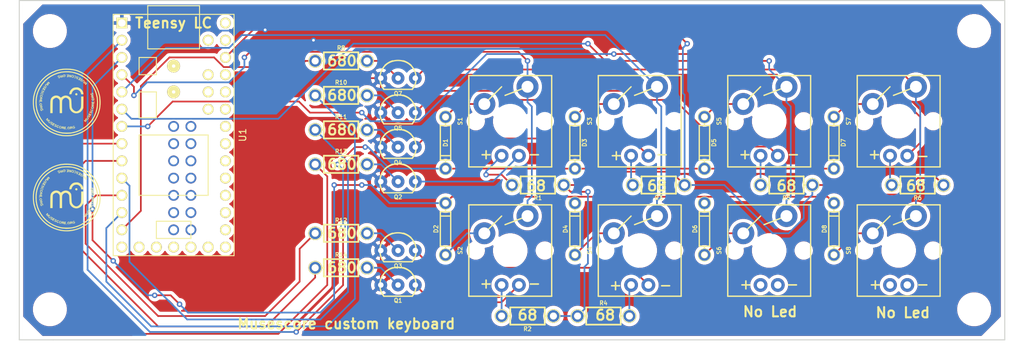
<source format=kicad_pcb>
(kicad_pcb (version 20171130) (host pcbnew "(5.0.2)-1")
  (layers (0 F.Cu signal) (31 B.Cu signal) (34 B.Paste user) (35 F.Paste user) (36 B.SilkS user) (37 F.SilkS user) (38 B.Mask user) (39 F.Mask user) (44 Edge.Cuts user))
  (net 0 "")
  (net 1 "Net-(U1-Pad17)")
  (net 2 "Net-(U1-Pad18)")
  (net 3 "Net-(U1-Pad19)")
  (net 4 "Net-(U1-Pad20)")
  (net 5 "Net-(U1-Pad16)")
  (net 6 "Net-(U1-Pad15)")
  (net 7 "Net-(U1-Pad21)")
  (net 8 "Net-(U1-Pad22)")
  (net 9 "Net-(U1-Pad23)")
  (net 10 "Net-(U1-Pad24)")
  (net 11 "Net-(U1-Pad25)")
  (net 12 "Net-(U1-Pad26)")
  (net 13 "Net-(U1-Pad27)")
  (net 14 "Net-(U1-Pad28)")
  (net 15 "Net-(U1-Pad29)")
  (net 16 "Net-(U1-Pad30)")
  (net 17 "Net-(U1-Pad32)")
  (net 18 "Net-(U1-Pad33)")
  (net 19 "Net-(U1-Pad34)")
  (net 20 "Net-(U1-Pad35)")
  (net 21 "Net-(U1-Pad36)")
  (net 22 "Net-(U1-Pad37)")
  (net 23 "Net-(U1-Pad38)")
  (net 24 "Net-(U1-Pad39)")
  (net 25 /0)
  (net 26 "Net-(D1-PadA)")
  (net 27 "Net-(D2-PadA)")
  (net 28 /1)
  (net 29 "Net-(D3-PadA)")
  (net 30 "Net-(D4-PadA)")
  (net 31 "Net-(D5-PadA)")
  (net 32 "Net-(D6-PadA)")
  (net 33 "Net-(D7-PadA)")
  (net 34 "Net-(D8-PadA)")
  (net 35 GND)
  (net 36 "Net-(Q1-Pad2)")
  (net 37 "Net-(Q1-Pad3)")
  (net 38 "Net-(Q2-Pad3)")
  (net 39 "Net-(Q2-Pad2)")
  (net 40 "Net-(Q3-Pad2)")
  (net 41 "Net-(Q3-Pad3)")
  (net 42 "Net-(Q4-Pad3)")
  (net 43 "Net-(Q4-Pad2)")
  (net 44 "Net-(Q5-Pad2)")
  (net 45 "Net-(Q5-Pad3)")
  (net 46 "Net-(Q7-Pad2)")
  (net 47 "Net-(Q7-Pad3)")
  (net 48 "Net-(R1-PadP$2)")
  (net 49 +3V3)
  (net 50 "Net-(R2-PadP$2)")
  (net 51 "Net-(R3-PadP$2)")
  (net 52 "Net-(R4-PadP$2)")
  (net 53 "Net-(R5-PadP$2)")
  (net 54 "Net-(R6-PadP$2)")
  (net 55 /11)
  (net 56 /10)
  (net 57 /8)
  (net 58 /9)
  (net 59 /6)
  (net 60 /7)
  (net 61 /2)
  (net 62 /3)
  (net 63 /4)
  (net 64 "Net-(S6-PadA)")
  (net 65 "Net-(S6-PadK)")
  (net 66 /5)
  (net 67 "Net-(S8-PadK)")
  (net 68 "Net-(S8-PadA)")
  (net 69 "Net-(U1-Pad14)")
  (module Resistors:AXIAL-0.3-KIT (layer F.Cu) (at 117.348 119.38)
    (fp_text reference R14 (at 0 -1.905) (layer F.SilkS) (effects (font (size 0.6096 0.6096) (thickness 0.127))))
    (fp_text value RESISTORAXIAL-0.3 hide)
    (pad P$1 thru_hole circle (at -3.81 0) (size 2.032 2.032) (drill 1.016) (layers *.Cu *.Mask) (net 60 /7))
    (pad P$2 thru_hole circle (at 3.81 0) (size 2.032 2.032) (drill 1.016) (layers *.Cu *.Mask) (net 36 "Net-(Q1-Pad2)"))
  )
  (module Teensy:Teensy30_31_32_LC (layer F.Cu) (at 92.71 99.822 270)
    (fp_text reference U1 (at 0 -10.16 270) (layer F.SilkS))
    (fp_text value Teensy-LC)
    (pad 17 thru_hole circle (at 16.51 0 270) (size 1.6 1.6) (drill 1.1) (layers *.Cu *.Mask F.SilkS) (net 1 "Net-(U1-Pad17)"))
    (pad 18 thru_hole circle (at 16.51 -2.54 270) (size 1.6 1.6) (drill 1.1) (layers *.Cu *.Mask F.SilkS) (net 2 "Net-(U1-Pad18)"))
    (pad 19 thru_hole circle (at 16.51 -5.08 270) (size 1.6 1.6) (drill 1.1) (layers *.Cu *.Mask F.SilkS) (net 3 "Net-(U1-Pad19)"))
    (pad 20 thru_hole circle (at 16.51 -7.62 270) (size 1.6 1.6) (drill 1.1) (layers *.Cu *.Mask F.SilkS) (net 4 "Net-(U1-Pad20)"))
    (pad 16 thru_hole circle (at 16.51 2.54 270) (size 1.6 1.6) (drill 1.1) (layers *.Cu *.Mask F.SilkS) (net 5 "Net-(U1-Pad16)"))
    (pad 15 thru_hole circle (at 16.51 5.08 270) (size 1.6 1.6) (drill 1.1) (layers *.Cu *.Mask F.SilkS) (net 6 "Net-(U1-Pad15)"))
    (pad 14 thru_hole circle (at 16.51 7.62 270) (size 1.6 1.6) (drill 1.1) (layers *.Cu *.Mask F.SilkS) (net 69 "Net-(U1-Pad14)"))
    (pad 21 thru_hole circle (at 13.97 -7.62 270) (size 1.6 1.6) (drill 1.1) (layers *.Cu *.Mask F.SilkS) (net 7 "Net-(U1-Pad21)"))
    (pad 22 thru_hole circle (at 11.43 -7.62 270) (size 1.6 1.6) (drill 1.1) (layers *.Cu *.Mask F.SilkS) (net 8 "Net-(U1-Pad22)"))
    (pad 23 thru_hole circle (at 8.89 -7.62 270) (size 1.6 1.6) (drill 1.1) (layers *.Cu *.Mask F.SilkS) (net 9 "Net-(U1-Pad23)"))
    (pad 24 thru_hole circle (at 6.35 -7.62 270) (size 1.6 1.6) (drill 1.1) (layers *.Cu *.Mask F.SilkS) (net 10 "Net-(U1-Pad24)"))
    (pad 25 thru_hole circle (at 3.81 -7.62 270) (size 1.6 1.6) (drill 1.1) (layers *.Cu *.Mask F.SilkS) (net 11 "Net-(U1-Pad25)"))
    (pad 26 thru_hole circle (at 1.27 -7.62 270) (size 1.6 1.6) (drill 1.1) (layers *.Cu *.Mask F.SilkS) (net 12 "Net-(U1-Pad26)"))
    (pad 27 thru_hole circle (at -1.27 -7.62 270) (size 1.6 1.6) (drill 1.1) (layers *.Cu *.Mask F.SilkS) (net 13 "Net-(U1-Pad27)"))
    (pad 28 thru_hole circle (at -3.81 -7.62 270) (size 1.6 1.6) (drill 1.1) (layers *.Cu *.Mask F.SilkS) (net 14 "Net-(U1-Pad28)"))
    (pad 29 thru_hole circle (at -6.35 -7.62 270) (size 1.6 1.6) (drill 1.1) (layers *.Cu *.Mask F.SilkS) (net 15 "Net-(U1-Pad29)"))
    (pad 30 thru_hole circle (at -8.89 -7.62 270) (size 1.6 1.6) (drill 1.1) (layers *.Cu *.Mask F.SilkS) (net 16 "Net-(U1-Pad30)"))
    (pad 31 thru_hole circle (at -11.43 -7.62 270) (size 1.6 1.6) (drill 1.1) (layers *.Cu *.Mask F.SilkS) (net 49 +3V3))
    (pad 32 thru_hole circle (at -13.97 -7.62 270) (size 1.6 1.6) (drill 1.1) (layers *.Cu *.Mask F.SilkS) (net 17 "Net-(U1-Pad32)"))
    (pad 33 thru_hole circle (at -16.51 -7.62 270) (size 1.6 1.6) (drill 1.1) (layers *.Cu *.Mask F.SilkS) (net 18 "Net-(U1-Pad33)"))
    (pad 34 thru_hole circle (at -13.97 -5.08 270) (size 1.6 1.6) (drill 1.1) (layers *.Cu *.Mask F.SilkS) (net 19 "Net-(U1-Pad34)"))
    (pad 35 thru_hole circle (at -8.89 -5.08 270) (size 1.6 1.6) (drill 1.1) (layers *.Cu *.Mask F.SilkS) (net 20 "Net-(U1-Pad35)"))
    (pad 36 thru_hole circle (at -6.35 -5.08 270) (size 1.6 1.6) (drill 1.1) (layers *.Cu *.Mask F.SilkS) (net 21 "Net-(U1-Pad36)"))
    (pad 37 thru_hole circle (at -3.81 -5.08 270) (size 1.6 1.6) (drill 1.1) (layers *.Cu *.Mask F.SilkS) (net 22 "Net-(U1-Pad37)"))
    (pad 13 thru_hole circle (at 13.97 7.62 270) (size 1.6 1.6) (drill 1.1) (layers *.Cu *.Mask F.SilkS) (net 55 /11))
    (pad 12 thru_hole circle (at 11.43 7.62 270) (size 1.6 1.6) (drill 1.1) (layers *.Cu *.Mask F.SilkS) (net 56 /10))
    (pad 11 thru_hole circle (at 8.89 7.62 270) (size 1.6 1.6) (drill 1.1) (layers *.Cu *.Mask F.SilkS) (net 58 /9))
    (pad 10 thru_hole circle (at 6.35 7.62 270) (size 1.6 1.6) (drill 1.1) (layers *.Cu *.Mask F.SilkS) (net 57 /8))
    (pad 9 thru_hole circle (at 3.81 7.62 270) (size 1.6 1.6) (drill 1.1) (layers *.Cu *.Mask F.SilkS) (net 60 /7))
    (pad 8 thru_hole circle (at 1.27 7.62 270) (size 1.6 1.6) (drill 1.1) (layers *.Cu *.Mask F.SilkS) (net 59 /6))
    (pad 7 thru_hole circle (at -1.27 7.62 270) (size 1.6 1.6) (drill 1.1) (layers *.Cu *.Mask F.SilkS) (net 66 /5))
    (pad 6 thru_hole circle (at -3.81 7.62 270) (size 1.6 1.6) (drill 1.1) (layers *.Cu *.Mask F.SilkS) (net 63 /4))
    (pad 5 thru_hole circle (at -6.35 7.62 270) (size 1.6 1.6) (drill 1.1) (layers *.Cu *.Mask F.SilkS) (net 62 /3))
    (pad 4 thru_hole circle (at -8.89 7.62 270) (size 1.6 1.6) (drill 1.1) (layers *.Cu *.Mask F.SilkS) (net 61 /2))
    (pad 3 thru_hole circle (at -11.43 7.62 270) (size 1.6 1.6) (drill 1.1) (layers *.Cu *.Mask F.SilkS) (net 28 /1))
    (pad 2 thru_hole circle (at -13.97 7.62 270) (size 1.6 1.6) (drill 1.1) (layers *.Cu *.Mask F.SilkS) (net 25 /0))
    (pad 1 thru_hole rect (at -16.51 7.62 270) (size 1.6 1.6) (drill 1.1) (layers *.Cu *.Mask F.SilkS) (net 35 GND))
    (pad 38 thru_hole circle (at -1.27 0 270) (size 1.6 1.6) (drill 1.1) (layers *.Cu *.Mask) (net 23 "Net-(U1-Pad38)"))
    (pad 39 thru_hole circle (at 1.27 0 270) (size 1.6 1.6) (drill 1.1) (layers *.Cu *.Mask) (net 24 "Net-(U1-Pad39)"))
    (pad 40 thru_hole circle (at 3.81 0 270) (size 1.6 1.6) (drill 1.1) (layers *.Cu *.Mask))
    (pad 41 thru_hole circle (at 6.35 0 270) (size 1.6 1.6) (drill 1.1) (layers *.Cu *.Mask))
    (pad 42 thru_hole circle (at 8.89 0 270) (size 1.6 1.6) (drill 1.1) (layers *.Cu *.Mask))
    (pad 43 thru_hole circle (at 11.43 0 270) (size 1.6 1.6) (drill 1.1) (layers *.Cu *.Mask))
    (pad 44 thru_hole circle (at 13.97 0 270) (size 1.6 1.6) (drill 1.1) (layers *.Cu *.Mask))
    (pad 45 thru_hole circle (at 13.97 -2.54 270) (size 1.6 1.6) (drill 1.1) (layers *.Cu *.Mask))
    (pad 46 thru_hole circle (at 11.43 -2.54 270) (size 1.6 1.6) (drill 1.1) (layers *.Cu *.Mask))
    (pad 47 thru_hole circle (at 8.89 -2.54 270) (size 1.6 1.6) (drill 1.1) (layers *.Cu *.Mask))
    (pad 48 thru_hole circle (at 6.35 -2.54 270) (size 1.6 1.6) (drill 1.1) (layers *.Cu *.Mask))
    (pad 49 thru_hole circle (at 3.81 -2.54 270) (size 1.6 1.6) (drill 1.1) (layers *.Cu *.Mask))
    (pad 50 thru_hole circle (at 1.27 -2.54 270) (size 1.6 1.6) (drill 1.1) (layers *.Cu *.Mask))
    (pad 51 thru_hole circle (at -1.27 -2.54 270) (size 1.6 1.6) (drill 1.1) (layers *.Cu *.Mask))
    (pad 52 thru_hole circle (at -6.35 0 270) (size 1.9 1.9) (drill 0.5) (layers *.Cu *.Mask F.SilkS))
    (pad 52 thru_hole circle (at -10.16 0 270) (size 1.9 1.9) (drill 0.5) (layers *.Cu *.Mask F.SilkS))
  )
  (module Switches:CHERRY-MX-LED (layer F.Cu) (at 142.24 97.79)
    (fp_text reference S1 (at -7.366 0 90) (layer F.SilkS) (effects (font (size 0.6096 0.6096) (thickness 0.127))))
    (fp_text value MOMENTARY-SWITCH-SPST-LED-PTH-CHERRY hide)
    (fp_text user + (at -3.556 4.826) (layer F.SilkS) (effects (font (size 1.524 1.524) (thickness 0.2286))))
    (fp_text user - (at 3.556 4.826) (layer F.SilkS) (effects (font (size 1.524 1.524) (thickness 0.2286))))
    (pad A thru_hole circle (at -1.27 5.08) (size 2.032 2.032) (drill 1.08966) (layers *.Cu *.Mask) (net 48 "Net-(R1-PadP$2)"))
    (pad K thru_hole circle (at 1.27 5.08) (size 2.032 2.032) (drill 1.08966) (layers *.Cu *.Mask) (net 38 "Net-(Q2-Pad3)"))
    (pad S1 thru_hole circle (at -3.81 -2.54) (size 3.2258 3.2258) (drill 1.7526) (layers *.Cu *.Mask) (net 26 "Net-(D1-PadA)"))
    (pad S2 thru_hole circle (at 2.54 -5.08) (size 3.2258 3.2258) (drill 1.7526) (layers *.Cu *.Mask) (net 61 /2))
    (pad "" np_thru_hole circle (at 0 0) (size 4.0894 4.0894) (drill 4.0894) (layers *.Cu *.Mask))
    (pad "" np_thru_hole circle (at -5.08 0) (size 1.70688 1.70688) (drill 1.70688) (layers *.Cu *.Mask))
    (pad "" np_thru_hole circle (at 5.08 0) (size 1.70688 1.70688) (drill 1.70688) (layers *.Cu *.Mask))
  )
  (module Switches:CHERRY-MX-LED (layer F.Cu) (at 142.24 116.84)
    (fp_text reference S2 (at -7.366 0 90) (layer F.SilkS) (effects (font (size 0.6096 0.6096) (thickness 0.127))))
    (fp_text value MOMENTARY-SWITCH-SPST-LED-PTH-CHERRY hide)
    (fp_text user - (at 3.556 4.826) (layer F.SilkS) (effects (font (size 1.524 1.524) (thickness 0.2286))))
    (fp_text user + (at -3.556 4.826) (layer F.SilkS) (effects (font (size 1.524 1.524) (thickness 0.2286))))
    (pad "" np_thru_hole circle (at 5.08 0) (size 1.70688 1.70688) (drill 1.70688) (layers *.Cu *.Mask))
    (pad "" np_thru_hole circle (at -5.08 0) (size 1.70688 1.70688) (drill 1.70688) (layers *.Cu *.Mask))
    (pad "" np_thru_hole circle (at 0 0) (size 4.0894 4.0894) (drill 4.0894) (layers *.Cu *.Mask))
    (pad S2 thru_hole circle (at 2.54 -5.08) (size 3.2258 3.2258) (drill 1.7526) (layers *.Cu *.Mask) (net 61 /2))
    (pad S1 thru_hole circle (at -3.81 -2.54) (size 3.2258 3.2258) (drill 1.7526) (layers *.Cu *.Mask) (net 27 "Net-(D2-PadA)"))
    (pad K thru_hole circle (at 1.27 5.08) (size 2.032 2.032) (drill 1.08966) (layers *.Cu *.Mask) (net 37 "Net-(Q1-Pad3)"))
    (pad A thru_hole circle (at -1.27 5.08) (size 2.032 2.032) (drill 1.08966) (layers *.Cu *.Mask) (net 50 "Net-(R2-PadP$2)"))
  )
  (module Silicon-Custom:DIODE-1N4148-KIT (layer F.Cu) (at 132.715 100.965 270)
    (fp_text reference D1 (at 0 0 270) (layer F.SilkS) (effects (font (size 0.6096 0.6096) (thickness 0.127))))
    (fp_text value DIODE-1N4148 hide)
    (pad C thru_hole circle (at 3.81 0 270) (size 1.8796 1.8796) (drill 0.89916) (layers *.Cu *.Mask) (net 25 /0))
    (pad A thru_hole circle (at -3.81 0 270) (size 1.8796 1.8796) (drill 0.89916) (layers *.Cu *.Mask) (net 26 "Net-(D1-PadA)"))
  )
  (module Silicon-Custom:DIODE-1N4148-KIT (layer F.Cu) (at 132.715 113.665 90)
    (fp_text reference D2 (at 0 -1.397 90) (layer F.SilkS) (effects (font (size 0.6096 0.6096) (thickness 0.127))))
    (fp_text value DIODE-1N4148 hide)
    (pad A thru_hole circle (at -3.81 0 90) (size 1.8796 1.8796) (drill 0.89916) (layers *.Cu *.Mask) (net 27 "Net-(D2-PadA)"))
    (pad C thru_hole circle (at 3.81 0 90) (size 1.8796 1.8796) (drill 0.89916) (layers *.Cu *.Mask) (net 28 /1))
  )
  (module Silicon-Custom:DIODE-1N4148-KIT (layer F.Cu) (at 151.765 100.965 270)
    (fp_text reference D3 (at 0 -1.397 270) (layer F.SilkS) (effects (font (size 0.6096 0.6096) (thickness 0.127))))
    (fp_text value DIODE-1N4148 hide)
    (pad C thru_hole circle (at 3.81 0 270) (size 1.8796 1.8796) (drill 0.89916) (layers *.Cu *.Mask) (net 25 /0))
    (pad A thru_hole circle (at -3.81 0 270) (size 1.8796 1.8796) (drill 0.89916) (layers *.Cu *.Mask) (net 29 "Net-(D3-PadA)"))
  )
  (module Silicon-Custom:DIODE-1N4148-KIT (layer F.Cu) (at 151.765 113.665 90)
    (fp_text reference D4 (at 0 -1.397 90) (layer F.SilkS) (effects (font (size 0.6096 0.6096) (thickness 0.127))))
    (fp_text value DIODE-1N4148 hide)
    (pad A thru_hole circle (at -3.81 0 90) (size 1.8796 1.8796) (drill 0.89916) (layers *.Cu *.Mask) (net 30 "Net-(D4-PadA)"))
    (pad C thru_hole circle (at 3.81 0 90) (size 1.8796 1.8796) (drill 0.89916) (layers *.Cu *.Mask) (net 28 /1))
  )
  (module Silicon-Custom:DIODE-1N4148-KIT (layer F.Cu) (at 170.815 100.965 270)
    (fp_text reference D5 (at 0 -1.397 270) (layer F.SilkS) (effects (font (size 0.6096 0.6096) (thickness 0.127))))
    (fp_text value DIODE-1N4148 hide)
    (pad C thru_hole circle (at 3.81 0 270) (size 1.8796 1.8796) (drill 0.89916) (layers *.Cu *.Mask) (net 25 /0))
    (pad A thru_hole circle (at -3.81 0 270) (size 1.8796 1.8796) (drill 0.89916) (layers *.Cu *.Mask) (net 31 "Net-(D5-PadA)"))
  )
  (module Silicon-Custom:DIODE-1N4148-KIT (layer F.Cu) (at 170.815 113.665 90)
    (fp_text reference D6 (at 0 -1.397 90) (layer F.SilkS) (effects (font (size 0.6096 0.6096) (thickness 0.127))))
    (fp_text value DIODE-1N4148 hide)
    (pad A thru_hole circle (at -3.81 0 90) (size 1.8796 1.8796) (drill 0.89916) (layers *.Cu *.Mask) (net 32 "Net-(D6-PadA)"))
    (pad C thru_hole circle (at 3.81 0 90) (size 1.8796 1.8796) (drill 0.89916) (layers *.Cu *.Mask) (net 28 /1))
  )
  (module Silicon-Custom:DIODE-1N4148-KIT (layer F.Cu) (at 189.865 100.965 270)
    (fp_text reference D7 (at 0 -1.397 270) (layer F.SilkS) (effects (font (size 0.6096 0.6096) (thickness 0.127))))
    (fp_text value DIODE-1N4148 hide)
    (pad C thru_hole circle (at 3.81 0 270) (size 1.8796 1.8796) (drill 0.89916) (layers *.Cu *.Mask) (net 25 /0))
    (pad A thru_hole circle (at -3.81 0 270) (size 1.8796 1.8796) (drill 0.89916) (layers *.Cu *.Mask) (net 33 "Net-(D7-PadA)"))
  )
  (module Silicon-Custom:DIODE-1N4148-KIT (layer F.Cu) (at 189.865 113.665 90)
    (fp_text reference D8 (at 0 -1.397 90) (layer F.SilkS) (effects (font (size 0.6096 0.6096) (thickness 0.127))))
    (fp_text value DIODE-1N4148 hide)
    (pad A thru_hole circle (at -3.81 0 90) (size 1.8796 1.8796) (drill 0.89916) (layers *.Cu *.Mask) (net 34 "Net-(D8-PadA)"))
    (pad C thru_hole circle (at 3.81 0 90) (size 1.8796 1.8796) (drill 0.89916) (layers *.Cu *.Mask) (net 28 /1))
  )
  (module Silicon-Standard:TO-92-AMMO (layer F.Cu) (at 125.73 121.92)
    (fp_text reference Q1 (at 0 2.286 180) (layer F.SilkS) (effects (font (size 0.6096 0.6096) (thickness 0.127))))
    (fp_text value TRANS_NPN-2N3904 hide)
    (pad 1 thru_hole circle (at -2.54 0) (size 1.8796 1.8796) (drill 0.8128) (layers *.Cu *.Mask) (net 35 GND))
    (pad 2 thru_hole circle (at 0 0) (size 1.8796 1.8796) (drill 0.8128) (layers *.Cu *.Mask) (net 36 "Net-(Q1-Pad2)"))
    (pad 3 thru_hole circle (at 2.54 0) (size 1.8796 1.8796) (drill 0.8128) (layers *.Cu *.Mask) (net 37 "Net-(Q1-Pad3)"))
  )
  (module Silicon-Standard:TO-92-AMMO (layer F.Cu) (at 125.73 106.68)
    (fp_text reference Q2 (at 0 2.286 180) (layer F.SilkS) (effects (font (size 0.6096 0.6096) (thickness 0.127))))
    (fp_text value TRANS_NPN-2N3904 hide)
    (pad 3 thru_hole circle (at 2.54 0) (size 1.8796 1.8796) (drill 0.8128) (layers *.Cu *.Mask) (net 38 "Net-(Q2-Pad3)"))
    (pad 2 thru_hole circle (at 0 0) (size 1.8796 1.8796) (drill 0.8128) (layers *.Cu *.Mask) (net 39 "Net-(Q2-Pad2)"))
    (pad 1 thru_hole circle (at -2.54 0) (size 1.8796 1.8796) (drill 0.8128) (layers *.Cu *.Mask) (net 35 GND))
  )
  (module Silicon-Standard:TO-92-AMMO (layer F.Cu) (at 125.73 116.84)
    (fp_text reference Q3 (at 0 2.286 180) (layer F.SilkS) (effects (font (size 0.6096 0.6096) (thickness 0.127))))
    (fp_text value TRANS_NPN-2N3904 hide)
    (pad 1 thru_hole circle (at -2.54 0) (size 1.8796 1.8796) (drill 0.8128) (layers *.Cu *.Mask) (net 35 GND))
    (pad 2 thru_hole circle (at 0 0) (size 1.8796 1.8796) (drill 0.8128) (layers *.Cu *.Mask) (net 40 "Net-(Q3-Pad2)"))
    (pad 3 thru_hole circle (at 2.54 0) (size 1.8796 1.8796) (drill 0.8128) (layers *.Cu *.Mask) (net 41 "Net-(Q3-Pad3)"))
  )
  (module Silicon-Standard:TO-92-AMMO (layer F.Cu) (at 125.73 101.6)
    (fp_text reference Q4 (at 0 2.286 180) (layer F.SilkS) (effects (font (size 0.6096 0.6096) (thickness 0.127))))
    (fp_text value TRANS_NPN-2N3904 hide)
    (pad 3 thru_hole circle (at 2.54 0) (size 1.8796 1.8796) (drill 0.8128) (layers *.Cu *.Mask) (net 42 "Net-(Q4-Pad3)"))
    (pad 2 thru_hole circle (at 0 0) (size 1.8796 1.8796) (drill 0.8128) (layers *.Cu *.Mask) (net 43 "Net-(Q4-Pad2)"))
    (pad 1 thru_hole circle (at -2.54 0) (size 1.8796 1.8796) (drill 0.8128) (layers *.Cu *.Mask) (net 35 GND))
  )
  (module Silicon-Standard:TO-92-AMMO (layer F.Cu) (at 125.73 96.52)
    (fp_text reference Q5 (at 0 2.286 180) (layer F.SilkS) (effects (font (size 0.6096 0.6096) (thickness 0.127))))
    (fp_text value TRANS_NPN-2N3904 hide)
    (pad 1 thru_hole circle (at -2.54 0) (size 1.8796 1.8796) (drill 0.8128) (layers *.Cu *.Mask) (net 35 GND))
    (pad 2 thru_hole circle (at 0 0) (size 1.8796 1.8796) (drill 0.8128) (layers *.Cu *.Mask) (net 44 "Net-(Q5-Pad2)"))
    (pad 3 thru_hole circle (at 2.54 0) (size 1.8796 1.8796) (drill 0.8128) (layers *.Cu *.Mask) (net 45 "Net-(Q5-Pad3)"))
  )
  (module Silicon-Standard:TO-92-AMMO (layer F.Cu) (at 125.73 91.44)
    (fp_text reference Q7 (at 0 2.286 180) (layer F.SilkS) (effects (font (size 0.6096 0.6096) (thickness 0.127))))
    (fp_text value TRANS_NPN-2N3904 hide)
    (pad 1 thru_hole circle (at -2.54 0) (size 1.8796 1.8796) (drill 0.8128) (layers *.Cu *.Mask) (net 35 GND))
    (pad 2 thru_hole circle (at 0 0) (size 1.8796 1.8796) (drill 0.8128) (layers *.Cu *.Mask) (net 46 "Net-(Q7-Pad2)"))
    (pad 3 thru_hole circle (at 2.54 0) (size 1.8796 1.8796) (drill 0.8128) (layers *.Cu *.Mask) (net 47 "Net-(Q7-Pad3)"))
  )
  (module Resistors:AXIAL-0.3-KIT (layer F.Cu) (at 146.304 107.188 180)
    (fp_text reference R1 (at 0 -1.905 180) (layer F.SilkS) (effects (font (size 0.6096 0.6096) (thickness 0.127))))
    (fp_text value RESISTORAXIAL-0.3 hide)
    (pad P$2 thru_hole circle (at 3.81 0 180) (size 2.032 2.032) (drill 1.016) (layers *.Cu *.Mask) (net 48 "Net-(R1-PadP$2)"))
    (pad P$1 thru_hole circle (at -3.81 0 180) (size 2.032 2.032) (drill 1.016) (layers *.Cu *.Mask) (net 49 +3V3))
  )
  (module Resistors:AXIAL-0.3-KIT (layer F.Cu) (at 144.78 126.492 180)
    (fp_text reference R2 (at 0 -1.905 180) (layer F.SilkS) (effects (font (size 0.6096 0.6096) (thickness 0.127))))
    (fp_text value RESISTORAXIAL-0.3 hide)
    (pad P$1 thru_hole circle (at -3.81 0 180) (size 2.032 2.032) (drill 1.016) (layers *.Cu *.Mask) (net 49 +3V3))
    (pad P$2 thru_hole circle (at 3.81 0 180) (size 2.032 2.032) (drill 1.016) (layers *.Cu *.Mask) (net 50 "Net-(R2-PadP$2)"))
  )
  (module Resistors:AXIAL-0.3-KIT (layer F.Cu) (at 164.084 107.188 180)
    (fp_text reference R3 (at 0 -1.905 180) (layer F.SilkS) (effects (font (size 0.6096 0.6096) (thickness 0.127))))
    (fp_text value RESISTORAXIAL-0.3 hide)
    (pad P$2 thru_hole circle (at 3.81 0 180) (size 2.032 2.032) (drill 1.016) (layers *.Cu *.Mask) (net 51 "Net-(R3-PadP$2)"))
    (pad P$1 thru_hole circle (at -3.81 0 180) (size 2.032 2.032) (drill 1.016) (layers *.Cu *.Mask) (net 49 +3V3))
  )
  (module Resistors:AXIAL-0.3-KIT (layer F.Cu) (at 155.956 126.492)
    (fp_text reference R4 (at 0 -1.905) (layer F.SilkS) (effects (font (size 0.6096 0.6096) (thickness 0.127))))
    (fp_text value RESISTORAXIAL-0.3 hide)
    (pad P$1 thru_hole circle (at -3.81 0) (size 2.032 2.032) (drill 1.016) (layers *.Cu *.Mask) (net 49 +3V3))
    (pad P$2 thru_hole circle (at 3.81 0) (size 2.032 2.032) (drill 1.016) (layers *.Cu *.Mask) (net 52 "Net-(R4-PadP$2)"))
  )
  (module Resistors:AXIAL-0.3-KIT (layer F.Cu) (at 182.88 107.188 180)
    (fp_text reference R5 (at 0 -1.905 180) (layer F.SilkS) (effects (font (size 0.6096 0.6096) (thickness 0.127))))
    (fp_text value RESISTORAXIAL-0.3 hide)
    (pad P$2 thru_hole circle (at 3.81 0 180) (size 2.032 2.032) (drill 1.016) (layers *.Cu *.Mask) (net 53 "Net-(R5-PadP$2)"))
    (pad P$1 thru_hole circle (at -3.81 0 180) (size 2.032 2.032) (drill 1.016) (layers *.Cu *.Mask) (net 49 +3V3))
  )
  (module Resistors:AXIAL-0.3-KIT (layer F.Cu) (at 202.184 107.188 180)
    (fp_text reference R6 (at 0 -1.905 180) (layer F.SilkS) (effects (font (size 0.6096 0.6096) (thickness 0.127))))
    (fp_text value RESISTORAXIAL-0.3 hide)
    (pad P$1 thru_hole circle (at -3.81 0 180) (size 2.032 2.032) (drill 1.016) (layers *.Cu *.Mask) (net 49 +3V3))
    (pad P$2 thru_hole circle (at 3.81 0 180) (size 2.032 2.032) (drill 1.016) (layers *.Cu *.Mask) (net 54 "Net-(R6-PadP$2)"))
  )
  (module Resistors:AXIAL-0.3-KIT (layer F.Cu) (at 117.348 88.9)
    (fp_text reference R8 (at 0 -1.905) (layer F.SilkS) (effects (font (size 0.6096 0.6096) (thickness 0.127))))
    (fp_text value RESISTORAXIAL-0.3 hide)
    (pad P$2 thru_hole circle (at 3.81 0) (size 2.032 2.032) (drill 1.016) (layers *.Cu *.Mask) (net 46 "Net-(Q7-Pad2)"))
    (pad P$1 thru_hole circle (at -3.81 0) (size 2.032 2.032) (drill 1.016) (layers *.Cu *.Mask) (net 55 /11))
  )
  (module Resistors:AXIAL-0.3-KIT (layer F.Cu) (at 117.348 93.98)
    (fp_text reference R10 (at 0 -1.905) (layer F.SilkS) (effects (font (size 0.6096 0.6096) (thickness 0.127))))
    (fp_text value RESISTORAXIAL-0.3 hide)
    (pad P$2 thru_hole circle (at 3.81 0) (size 2.032 2.032) (drill 1.016) (layers *.Cu *.Mask) (net 44 "Net-(Q5-Pad2)"))
    (pad P$1 thru_hole circle (at -3.81 0) (size 2.032 2.032) (drill 1.016) (layers *.Cu *.Mask) (net 56 /10))
  )
  (module Resistors:AXIAL-0.3-KIT (layer F.Cu) (at 117.348 99.06)
    (fp_text reference R11 (at 0 -1.905) (layer F.SilkS) (effects (font (size 0.6096 0.6096) (thickness 0.127))))
    (fp_text value RESISTORAXIAL-0.3 hide)
    (pad P$1 thru_hole circle (at -3.81 0) (size 2.032 2.032) (drill 1.016) (layers *.Cu *.Mask) (net 57 /8))
    (pad P$2 thru_hole circle (at 3.81 0) (size 2.032 2.032) (drill 1.016) (layers *.Cu *.Mask) (net 43 "Net-(Q4-Pad2)"))
  )
  (module Resistors:AXIAL-0.3-KIT (layer F.Cu) (at 117.348 114.3)
    (fp_text reference R12 (at 0 -1.905) (layer F.SilkS) (effects (font (size 0.6096 0.6096) (thickness 0.127))))
    (fp_text value RESISTORAXIAL-0.3 hide)
    (pad P$2 thru_hole circle (at 3.81 0) (size 2.032 2.032) (drill 1.016) (layers *.Cu *.Mask) (net 40 "Net-(Q3-Pad2)"))
    (pad P$1 thru_hole circle (at -3.81 0) (size 2.032 2.032) (drill 1.016) (layers *.Cu *.Mask) (net 58 /9))
  )
  (module Resistors:AXIAL-0.3-KIT (layer F.Cu) (at 117.348 104.14)
    (fp_text reference R13 (at 0 -1.905) (layer F.SilkS) (effects (font (size 0.6096 0.6096) (thickness 0.127))))
    (fp_text value RESISTORAXIAL-0.3 hide)
    (pad P$1 thru_hole circle (at -3.81 0) (size 2.032 2.032) (drill 1.016) (layers *.Cu *.Mask) (net 59 /6))
    (pad P$2 thru_hole circle (at 3.81 0) (size 2.032 2.032) (drill 1.016) (layers *.Cu *.Mask) (net 39 "Net-(Q2-Pad2)"))
  )
  (module Switches:CHERRY-MX-LED (layer F.Cu) (at 161.29 97.79)
    (fp_text reference S3 (at -7.366 0 90) (layer F.SilkS) (effects (font (size 0.6096 0.6096) (thickness 0.127))))
    (fp_text value MOMENTARY-SWITCH-SPST-LED-PTH-CHERRY hide)
    (fp_text user + (at -3.556 5.08 90) (layer F.SilkS) (effects (font (size 1.524 1.524) (thickness 0.2286))))
    (fp_text user - (at 3.302 4.826) (layer F.SilkS) (effects (font (size 1.524 1.524) (thickness 0.2286))))
    (pad A thru_hole circle (at -1.27 5.08) (size 2.032 2.032) (drill 1.08966) (layers *.Cu *.Mask) (net 51 "Net-(R3-PadP$2)"))
    (pad K thru_hole circle (at 1.27 5.08) (size 2.032 2.032) (drill 1.08966) (layers *.Cu *.Mask) (net 42 "Net-(Q4-Pad3)"))
    (pad S1 thru_hole circle (at -3.81 -2.54) (size 3.2258 3.2258) (drill 1.7526) (layers *.Cu *.Mask) (net 29 "Net-(D3-PadA)"))
    (pad S2 thru_hole circle (at 2.54 -5.08) (size 3.2258 3.2258) (drill 1.7526) (layers *.Cu *.Mask) (net 62 /3))
    (pad "" np_thru_hole circle (at 0 0) (size 4.0894 4.0894) (drill 4.0894) (layers *.Cu *.Mask))
    (pad "" np_thru_hole circle (at -5.08 0) (size 1.70688 1.70688) (drill 1.70688) (layers *.Cu *.Mask))
    (pad "" np_thru_hole circle (at 5.08 0) (size 1.70688 1.70688) (drill 1.70688) (layers *.Cu *.Mask))
  )
  (module Switches:CHERRY-MX-LED (layer F.Cu) (at 161.29 116.84)
    (fp_text reference S4 (at -7.366 0 90) (layer F.SilkS) (effects (font (size 0.6096 0.6096) (thickness 0.127))))
    (fp_text value MOMENTARY-SWITCH-SPST-LED-PTH-CHERRY hide)
    (fp_text user - (at 3.81 5.08) (layer F.SilkS) (effects (font (size 1.524 1.524) (thickness 0.2286))))
    (fp_text user + (at -3.556 5.08) (layer F.SilkS) (effects (font (size 1.524 1.524) (thickness 0.2286))))
    (pad "" np_thru_hole circle (at 5.08 0) (size 1.70688 1.70688) (drill 1.70688) (layers *.Cu *.Mask))
    (pad "" np_thru_hole circle (at -5.08 0) (size 1.70688 1.70688) (drill 1.70688) (layers *.Cu *.Mask))
    (pad "" np_thru_hole circle (at 0 0) (size 4.0894 4.0894) (drill 4.0894) (layers *.Cu *.Mask))
    (pad S2 thru_hole circle (at 2.54 -5.08) (size 3.2258 3.2258) (drill 1.7526) (layers *.Cu *.Mask) (net 62 /3))
    (pad S1 thru_hole circle (at -3.81 -2.54) (size 3.2258 3.2258) (drill 1.7526) (layers *.Cu *.Mask) (net 30 "Net-(D4-PadA)"))
    (pad K thru_hole circle (at 1.27 5.08) (size 2.032 2.032) (drill 1.08966) (layers *.Cu *.Mask) (net 41 "Net-(Q3-Pad3)"))
    (pad A thru_hole circle (at -1.27 5.08) (size 2.032 2.032) (drill 1.08966) (layers *.Cu *.Mask) (net 52 "Net-(R4-PadP$2)"))
  )
  (module Switches:CHERRY-MX-LED (layer F.Cu) (at 180.34 97.79)
    (fp_text reference S5 (at -7.366 0 90) (layer F.SilkS) (effects (font (size 0.6096 0.6096) (thickness 0.127))))
    (fp_text value MOMENTARY-SWITCH-SPST-LED-PTH-CHERRY hide)
    (fp_text user + (at -3.556 4.826) (layer F.SilkS) (effects (font (size 1.524 1.524) (thickness 0.2286))))
    (fp_text user - (at 3.556 4.826) (layer F.SilkS) (effects (font (size 1.524 1.524) (thickness 0.2286))))
    (pad A thru_hole circle (at -1.27 5.08) (size 2.032 2.032) (drill 1.08966) (layers *.Cu *.Mask) (net 53 "Net-(R5-PadP$2)"))
    (pad K thru_hole circle (at 1.27 5.08) (size 2.032 2.032) (drill 1.08966) (layers *.Cu *.Mask) (net 45 "Net-(Q5-Pad3)"))
    (pad S1 thru_hole circle (at -3.81 -2.54) (size 3.2258 3.2258) (drill 1.7526) (layers *.Cu *.Mask) (net 31 "Net-(D5-PadA)"))
    (pad S2 thru_hole circle (at 2.54 -5.08) (size 3.2258 3.2258) (drill 1.7526) (layers *.Cu *.Mask) (net 63 /4))
    (pad "" np_thru_hole circle (at 0 0) (size 4.0894 4.0894) (drill 4.0894) (layers *.Cu *.Mask))
    (pad "" np_thru_hole circle (at -5.08 0) (size 1.70688 1.70688) (drill 1.70688) (layers *.Cu *.Mask))
    (pad "" np_thru_hole circle (at 5.08 0) (size 1.70688 1.70688) (drill 1.70688) (layers *.Cu *.Mask))
  )
  (module Switches:CHERRY-MX-LED (layer F.Cu) (at 180.34 116.84)
    (fp_text reference S6 (at -7.366 0 90) (layer F.SilkS) (effects (font (size 0.6096 0.6096) (thickness 0.127))))
    (fp_text value MOMENTARY-SWITCH-SPST-LED-PTH-CHERRY hide)
    (fp_text user + (at -3.429 4.953) (layer F.SilkS) (effects (font (size 1.524 1.524) (thickness 0.2286))))
    (fp_text user - (at 3.429 4.953) (layer F.SilkS) (effects (font (size 1.524 1.524) (thickness 0.2286))))
    (pad A thru_hole circle (at -1.27 5.08) (size 2.032 2.032) (drill 1.08966) (layers *.Cu *.Mask) (net 64 "Net-(S6-PadA)"))
    (pad K thru_hole circle (at 1.27 5.08) (size 2.032 2.032) (drill 1.08966) (layers *.Cu *.Mask) (net 65 "Net-(S6-PadK)"))
    (pad S1 thru_hole circle (at -3.81 -2.54) (size 3.2258 3.2258) (drill 1.7526) (layers *.Cu *.Mask) (net 32 "Net-(D6-PadA)"))
    (pad S2 thru_hole circle (at 2.54 -5.08) (size 3.2258 3.2258) (drill 1.7526) (layers *.Cu *.Mask) (net 63 /4))
    (pad "" np_thru_hole circle (at 0 0) (size 4.0894 4.0894) (drill 4.0894) (layers *.Cu *.Mask))
    (pad "" np_thru_hole circle (at -5.08 0) (size 1.70688 1.70688) (drill 1.70688) (layers *.Cu *.Mask))
    (pad "" np_thru_hole circle (at 5.08 0) (size 1.70688 1.70688) (drill 1.70688) (layers *.Cu *.Mask))
  )
  (module Switches:CHERRY-MX-LED (layer F.Cu) (at 199.39 97.79)
    (fp_text reference S7 (at -7.366 0 90) (layer F.SilkS) (effects (font (size 0.6096 0.6096) (thickness 0.127))))
    (fp_text value MOMENTARY-SWITCH-SPST-LED-PTH-CHERRY hide)
    (fp_text user - (at 3.556 5.08) (layer F.SilkS) (effects (font (size 1.524 1.524) (thickness 0.2286))))
    (fp_text user + (at -3.556 4.826) (layer F.SilkS) (effects (font (size 1.524 1.524) (thickness 0.2286))))
    (pad "" np_thru_hole circle (at 5.08 0) (size 1.70688 1.70688) (drill 1.70688) (layers *.Cu *.Mask))
    (pad "" np_thru_hole circle (at -5.08 0) (size 1.70688 1.70688) (drill 1.70688) (layers *.Cu *.Mask))
    (pad "" np_thru_hole circle (at 0 0) (size 4.0894 4.0894) (drill 4.0894) (layers *.Cu *.Mask))
    (pad S2 thru_hole circle (at 2.54 -5.08) (size 3.2258 3.2258) (drill 1.7526) (layers *.Cu *.Mask) (net 66 /5))
    (pad S1 thru_hole circle (at -3.81 -2.54) (size 3.2258 3.2258) (drill 1.7526) (layers *.Cu *.Mask) (net 33 "Net-(D7-PadA)"))
    (pad K thru_hole circle (at 1.27 5.08) (size 2.032 2.032) (drill 1.08966) (layers *.Cu *.Mask) (net 47 "Net-(Q7-Pad3)"))
    (pad A thru_hole circle (at -1.27 5.08) (size 2.032 2.032) (drill 1.08966) (layers *.Cu *.Mask) (net 54 "Net-(R6-PadP$2)"))
  )
  (module Switches:CHERRY-MX-LED (layer F.Cu) (at 199.39 116.84)
    (fp_text reference S8 (at -7.366 0 90) (layer F.SilkS) (effects (font (size 0.6096 0.6096) (thickness 0.127))))
    (fp_text value MOMENTARY-SWITCH-SPST-LED-PTH-CHERRY hide)
    (fp_text user - (at 3.556 4.953) (layer F.SilkS) (effects (font (size 1.524 1.524) (thickness 0.2286))))
    (fp_text user + (at -3.429 4.953) (layer F.SilkS) (effects (font (size 1.524 1.524) (thickness 0.2286))))
    (pad "" np_thru_hole circle (at 5.08 0) (size 1.70688 1.70688) (drill 1.70688) (layers *.Cu *.Mask))
    (pad "" np_thru_hole circle (at -5.08 0) (size 1.70688 1.70688) (drill 1.70688) (layers *.Cu *.Mask))
    (pad "" np_thru_hole circle (at 0 0) (size 4.0894 4.0894) (drill 4.0894) (layers *.Cu *.Mask))
    (pad S2 thru_hole circle (at 2.54 -5.08) (size 3.2258 3.2258) (drill 1.7526) (layers *.Cu *.Mask) (net 66 /5))
    (pad S1 thru_hole circle (at -3.81 -2.54) (size 3.2258 3.2258) (drill 1.7526) (layers *.Cu *.Mask) (net 34 "Net-(D8-PadA)"))
    (pad K thru_hole circle (at 1.27 5.08) (size 2.032 2.032) (drill 1.08966) (layers *.Cu *.Mask) (net 67 "Net-(S8-PadK)"))
    (pad A thru_hole circle (at -1.27 5.08) (size 2.032 2.032) (drill 1.08966) (layers *.Cu *.Mask) (net 68 "Net-(S8-PadA)"))
  )
  (module Musescore:logo (layer F.Cu) (at 77 95)
    (fp_text reference G*** hide)
    (fp_text value LOGO hide)
  )
  (module Musescore:logo (layer F.Cu) (at 77 109)
    (fp_text reference G*** hide)
    (fp_text value LOGO hide)
  )
  (module MountingHole:MountingHole_4mm (layer F.Cu) (at 74.5 84.5)
    (fp_text reference REF** hide)
    (fp_text value MountingHole_4mm)
    (pad 1 np_thru_hole circle (at 0 0) (size 4 4) (drill 4) (layers *.Cu *.Mask))
  )
  (module MountingHole:MountingHole_4mm (layer F.Cu) (at 74.5 125.5)
    (fp_text reference REF** hide)
    (fp_text value MountingHole_4mm)
    (pad 1 np_thru_hole circle (at 0 0) (size 4 4) (drill 4) (layers *.Cu *.Mask))
  )
  (module MountingHole:MountingHole_4mm (layer F.Cu) (at 210.5 125.5)
    (fp_text reference REF** hide)
    (fp_text value MountingHole_4mm)
    (pad 1 np_thru_hole circle (at 0 0) (size 4 4) (drill 4) (layers *.Cu *.Mask))
  )
  (module MountingHole:MountingHole_4mm (layer F.Cu) (at 210.5 84.5)
    (fp_text reference REF** hide)
    (fp_text value MountingHole_4mm)
    (pad 1 np_thru_hole circle (at 0 0) (size 4 4) (drill 4) (layers *.Cu *.Mask))
  )
  (gr_text "No Led" (at 200 126) (layer F.SilkS) (effects (font (size 1.5 1.5) (thickness 0.3))))
  (gr_line (start 70 80) (end 75 80) (layer Edge.Cuts) (width 0.15))
  (gr_line (start 70 130) (end 70 80) (layer Edge.Cuts) (width 0.15))
  (gr_line (start 75 130) (end 70 130) (layer Edge.Cuts) (width 0.15))
  (gr_line (start 215 130) (end 75 130) (layer Edge.Cuts) (width 0.15))
  (gr_line (start 215 80) (end 215 130) (layer Edge.Cuts) (width 0.15))
  (gr_line (start 75 80) (end 215 80) (layer Edge.Cuts) (width 0.15))
  (gr_text "No Led" (at 180.467 125.857) (layer F.SilkS) (effects (font (size 1.5 1.5) (thickness 0.3))))
  (gr_text "Teensy LC\n" (at 92.71 83.312) (layer F.SilkS) (effects (font (size 1.5 1.5) (thickness 0.3))))
  (gr_text "Musescore custom keyboard\n" (at 118.11 127.635) (layer F.SilkS) (effects (font (size 1.5 1.5) (thickness 0.3))))
  (gr_text 68 (at 201.93 107.315) (layer F.SilkS) (effects (font (size 1.5 1.5) (thickness 0.3))))
  (gr_text 68 (at 182.88 107.315) (layer F.SilkS) (effects (font (size 1.5 1.5) (thickness 0.3))))
  (gr_text 68 (at 146.05 107.315) (layer F.SilkS) (effects (font (size 1.5 1.5) (thickness 0.3))))
  (gr_text 68 (at 163.83 107.315) (layer F.SilkS) (effects (font (size 1.5 1.5) (thickness 0.3))))
  (gr_text 68 (at 156.21 126.365) (layer F.SilkS) (effects (font (size 1.5 1.5) (thickness 0.3))))
  (gr_text 68 (at 144.78 126.365) (layer F.SilkS) (effects (font (size 1.5 1.5) (thickness 0.3))))
  (gr_text 680 (at 117.475 119.38) (layer F.SilkS) (effects (font (size 1.5 1.5) (thickness 0.3))))
  (gr_text 680 (at 117.475 114.3) (layer F.SilkS) (effects (font (size 1.5 1.5) (thickness 0.3))))
  (gr_text 680 (at 117.475 104.14) (layer F.SilkS) (effects (font (size 1.5 1.5) (thickness 0.3))))
  (gr_text 680 (at 117.475 99.06) (layer F.SilkS) (effects (font (size 1.5 1.5) (thickness 0.3))))
  (gr_text 680 (at 117.475 93.98) (layer F.SilkS) (effects (font (size 1.5 1.5) (thickness 0.3))))
  (gr_text 680 (at 117.475 88.9) (layer F.SilkS) (effects (font (size 1.5 1.5) (thickness 0.3))))
  (segment (start 132.715 104.775) (end 189.865 104.775) (width 0.25) (layer F.Cu) (net 25))
  (segment (start 124.493094 104.775) (end 132.715 104.775) (width 0.25) (layer B.Cu) (net 25))
  (via (at 120.904 101.6) (size 0.8) (drill 0.4) (layers F.Cu B.Cu) (net 25))
  (segment (start 124.493094 104.775) (end 121.318094 101.6) (width 0.25) (layer B.Cu) (net 25))
  (segment (start 121.318094 101.6) (end 120.904 101.6) (width 0.25) (layer B.Cu) (net 25))
  (via (at 116.84 104.14) (size 0.8) (drill 0.4) (layers F.Cu B.Cu) (net 25))
  (segment (start 120.904 101.6) (end 119.38 101.6) (width 0.25) (layer F.Cu) (net 25))
  (segment (start 119.38 101.6) (end 116.84 104.14) (width 0.25) (layer F.Cu) (net 25))
  (via (at 117.639 113.284) (size 0.8) (drill 0.4) (layers F.Cu B.Cu) (net 25))
  (segment (start 116.84 104.14) (end 117.639 104.939) (width 0.25) (layer B.Cu) (net 25))
  (segment (start 117.639 104.939) (end 117.639 113.284) (width 0.25) (layer B.Cu) (net 25))
  (via (at 110.744 128.84) (size 0.8) (drill 0.4) (layers F.Cu B.Cu) (net 25))
  (segment (start 117.639 113.284) (end 117.639 121.945) (width 0.25) (layer F.Cu) (net 25))
  (segment (start 117.639 121.945) (end 110.744 128.84) (width 0.25) (layer F.Cu) (net 25))
  (segment (start 80.046999 90.895001) (end 85.09 85.852) (width 0.25) (layer B.Cu) (net 25))
  (segment (start 80.046999 119.670999) (end 80.046999 90.895001) (width 0.25) (layer B.Cu) (net 25))
  (segment (start 89.216 128.84) (end 80.046999 119.670999) (width 0.25) (layer B.Cu) (net 25))
  (segment (start 110.744 128.84) (end 89.216 128.84) (width 0.25) (layer B.Cu) (net 25))
  (segment (start 134.62 95.25) (end 138.43 95.25) (width 0.25) (layer F.Cu) (net 26))
  (segment (start 132.715 97.155) (end 134.62 95.25) (width 0.25) (layer F.Cu) (net 26))
  (segment (start 135.89 114.3) (end 138.43 114.3) (width 0.25) (layer B.Cu) (net 27))
  (segment (start 132.715 117.475) (end 135.89 114.3) (width 0.25) (layer B.Cu) (net 27))
  (segment (start 188.925201 108.915201) (end 189.865 109.855) (width 0.25) (layer F.Cu) (net 28))
  (segment (start 132.715 109.855) (end 133.654799 108.915201) (width 0.25) (layer F.Cu) (net 28))
  (segment (start 170.815 109.855) (end 170.815 108.915201) (width 0.25) (layer F.Cu) (net 28))
  (segment (start 170.815 108.915201) (end 188.925201 108.915201) (width 0.25) (layer F.Cu) (net 28))
  (segment (start 151.765 109.855) (end 151.765 108.915201) (width 0.25) (layer F.Cu) (net 28))
  (segment (start 133.654799 108.915201) (end 151.765 108.915201) (width 0.25) (layer F.Cu) (net 28))
  (segment (start 151.765 108.915201) (end 170.815 108.915201) (width 0.25) (layer F.Cu) (net 28))
  (segment (start 124.46141 109.855) (end 132.715 109.855) (width 0.25) (layer B.Cu) (net 28))
  (via (at 120.396 107.188) (size 0.8) (drill 0.4) (layers F.Cu B.Cu) (net 28))
  (segment (start 124.46141 109.855) (end 121.79441 107.188) (width 0.25) (layer B.Cu) (net 28))
  (segment (start 121.79441 107.188) (end 120.396 107.188) (width 0.25) (layer B.Cu) (net 28))
  (via (at 116.332 107.188) (size 0.8) (drill 0.4) (layers F.Cu B.Cu) (net 28))
  (segment (start 120.396 107.188) (end 116.332 107.188) (width 0.25) (layer F.Cu) (net 28))
  (segment (start 116.332 107.188) (end 116.332 123.952) (width 0.25) (layer B.Cu) (net 28))
  (via (at 93.580125 124.751) (size 0.8) (drill 0.4) (layers F.Cu B.Cu) (net 28))
  (segment (start 94.813125 125.984) (end 93.580125 124.751) (width 0.25) (layer B.Cu) (net 28))
  (segment (start 116.332 123.952) (end 114.3 125.984) (width 0.25) (layer B.Cu) (net 28))
  (segment (start 114.3 125.984) (end 94.813125 125.984) (width 0.25) (layer B.Cu) (net 28))
  (via (at 89.920653 123.439347) (size 0.8) (drill 0.4) (layers F.Cu B.Cu) (net 28))
  (segment (start 93.580125 124.751) (end 92.268472 123.439347) (width 0.25) (layer F.Cu) (net 28))
  (segment (start 92.268472 123.439347) (end 89.920653 123.439347) (width 0.25) (layer F.Cu) (net 28))
  (via (at 83.82 118.364) (size 0.8) (drill 0.4) (layers F.Cu B.Cu) (net 28))
  (segment (start 89.920653 123.439347) (end 88.895347 123.439347) (width 0.25) (layer B.Cu) (net 28))
  (segment (start 88.895347 123.439347) (end 83.82 118.364) (width 0.25) (layer B.Cu) (net 28))
  (via (at 80.772 110.744) (size 0.8) (drill 0.4) (layers F.Cu B.Cu) (net 28))
  (segment (start 83.82 118.364) (end 80.772 115.316) (width 0.25) (layer F.Cu) (net 28))
  (segment (start 80.772 115.316) (end 80.772 110.744) (width 0.25) (layer F.Cu) (net 28))
  (segment (start 80.772 92.71) (end 85.09 88.392) (width 0.25) (layer B.Cu) (net 28))
  (segment (start 80.772 110.744) (end 80.772 92.71) (width 0.25) (layer B.Cu) (net 28))
  (segment (start 153.67 95.25) (end 157.48 95.25) (width 0.25) (layer F.Cu) (net 29))
  (segment (start 151.765 97.155) (end 153.67 95.25) (width 0.25) (layer F.Cu) (net 29))
  (segment (start 154.94 114.3) (end 157.48 114.3) (width 0.25) (layer F.Cu) (net 30))
  (segment (start 151.765 117.475) (end 154.94 114.3) (width 0.25) (layer F.Cu) (net 30))
  (segment (start 172.72 95.25) (end 176.53 95.25) (width 0.25) (layer F.Cu) (net 31))
  (segment (start 170.815 97.155) (end 172.72 95.25) (width 0.25) (layer F.Cu) (net 31))
  (segment (start 173.99 114.3) (end 176.53 114.3) (width 0.25) (layer F.Cu) (net 32))
  (segment (start 170.815 117.475) (end 173.99 114.3) (width 0.25) (layer F.Cu) (net 32))
  (segment (start 191.77 95.25) (end 195.58 95.25) (width 0.25) (layer F.Cu) (net 33))
  (segment (start 189.865 97.155) (end 191.77 95.25) (width 0.25) (layer F.Cu) (net 33))
  (segment (start 193.04 114.3) (end 195.58 114.3) (width 0.25) (layer F.Cu) (net 34))
  (segment (start 189.865 117.475) (end 193.04 114.3) (width 0.25) (layer F.Cu) (net 34))
  (segment (start 123.19 91.44) (end 123.19 121.92) (width 0.25) (layer F.Cu) (net 35))
  (via (at 115.824 88.392) (size 0.8) (drill 0.4) (layers F.Cu B.Cu) (net 35))
  (segment (start 123.19 91.44) (end 118.872 91.44) (width 0.25) (layer F.Cu) (net 35))
  (segment (start 118.872 91.44) (end 115.824 88.392) (width 0.25) (layer F.Cu) (net 35))
  (via (at 113.284 85.852) (size 0.8) (drill 0.4) (layers F.Cu B.Cu) (net 35))
  (segment (start 115.824 88.392) (end 113.284 85.852) (width 0.25) (layer B.Cu) (net 35))
  (via (at 106.172 84.328) (size 0.8) (drill 0.4) (layers F.Cu B.Cu) (net 35))
  (segment (start 113.284 85.852) (end 111.76 84.328) (width 0.25) (layer F.Cu) (net 35))
  (segment (start 111.76 84.328) (end 106.172 84.328) (width 0.25) (layer F.Cu) (net 35))
  (segment (start 86.14 83.312) (end 85.09 83.312) (width 0.25) (layer B.Cu) (net 35))
  (segment (start 87.265001 84.437001) (end 86.14 83.312) (width 0.25) (layer B.Cu) (net 35))
  (segment (start 100.870001 84.437001) (end 87.265001 84.437001) (width 0.25) (layer B.Cu) (net 35))
  (segment (start 100.979002 84.328) (end 100.870001 84.437001) (width 0.25) (layer B.Cu) (net 35))
  (segment (start 106.172 84.328) (end 100.979002 84.328) (width 0.25) (layer B.Cu) (net 35))
  (segment (start 123.19 119.38) (end 125.73 121.92) (width 0.25) (layer B.Cu) (net 36))
  (segment (start 121.158 119.38) (end 123.19 119.38) (width 0.25) (layer B.Cu) (net 36))
  (segment (start 140.97 124.46) (end 143.51 121.92) (width 0.25) (layer F.Cu) (net 37))
  (segment (start 128.27 121.92) (end 130.81 124.46) (width 0.25) (layer F.Cu) (net 37))
  (segment (start 130.81 124.46) (end 140.97 124.46) (width 0.25) (layer F.Cu) (net 37))
  (segment (start 139.7 106.68) (end 143.51 102.87) (width 0.25) (layer B.Cu) (net 38))
  (segment (start 128.27 106.68) (end 139.7 106.68) (width 0.25) (layer B.Cu) (net 38))
  (segment (start 123.19 104.14) (end 125.73 106.68) (width 0.25) (layer B.Cu) (net 39))
  (segment (start 121.158 104.14) (end 123.19 104.14) (width 0.25) (layer B.Cu) (net 39))
  (segment (start 123.19 114.3) (end 125.73 116.84) (width 0.25) (layer B.Cu) (net 40))
  (segment (start 123.19 114.3) (end 121.158 114.3) (width 0.25) (layer B.Cu) (net 40))
  (segment (start 128.27 116.84) (end 130.81 119.38) (width 0.25) (layer F.Cu) (net 41))
  (segment (start 160.02 119.38) (end 162.56 121.92) (width 0.25) (layer F.Cu) (net 41))
  (segment (start 130.81 119.38) (end 160.02 119.38) (width 0.25) (layer F.Cu) (net 41))
  (segment (start 160.02 100.33) (end 162.56 102.87) (width 0.25) (layer F.Cu) (net 42))
  (segment (start 129.54 100.33) (end 160.02 100.33) (width 0.25) (layer F.Cu) (net 42))
  (segment (start 128.27 101.6) (end 129.54 100.33) (width 0.25) (layer F.Cu) (net 42))
  (segment (start 123.19 99.06) (end 125.73 101.6) (width 0.25) (layer B.Cu) (net 43))
  (segment (start 123.19 99.06) (end 121.158 99.06) (width 0.25) (layer B.Cu) (net 43))
  (segment (start 123.19 93.98) (end 125.73 96.52) (width 0.25) (layer B.Cu) (net 44))
  (segment (start 123.19 93.98) (end 121.158 93.98) (width 0.25) (layer B.Cu) (net 44))
  (segment (start 166.435995 94.647901) (end 160.687901 94.647901) (width 0.25) (layer F.Cu) (net 45))
  (segment (start 173.317093 101.528999) (end 166.435995 94.647901) (width 0.25) (layer F.Cu) (net 45))
  (segment (start 181.61 102.87) (end 180.268999 101.528999) (width 0.25) (layer F.Cu) (net 45))
  (segment (start 180.268999 101.528999) (end 173.317093 101.528999) (width 0.25) (layer F.Cu) (net 45))
  (segment (start 159.352099 93.312099) (end 149.257901 93.312099) (width 0.25) (layer F.Cu) (net 45))
  (segment (start 160.687901 94.647901) (end 159.352099 93.312099) (width 0.25) (layer F.Cu) (net 45))
  (segment (start 147.922099 94.647901) (end 142.907901 94.647901) (width 0.25) (layer F.Cu) (net 45))
  (segment (start 149.257901 93.312099) (end 147.922099 94.647901) (width 0.25) (layer F.Cu) (net 45))
  (segment (start 131.477901 93.312099) (end 128.27 96.52) (width 0.25) (layer F.Cu) (net 45))
  (segment (start 141.572099 93.312099) (end 131.477901 93.312099) (width 0.25) (layer F.Cu) (net 45))
  (segment (start 142.907901 94.647901) (end 141.572099 93.312099) (width 0.25) (layer F.Cu) (net 45))
  (segment (start 123.19 88.9) (end 125.73 91.44) (width 0.25) (layer F.Cu) (net 46))
  (segment (start 123.19 88.9) (end 121.158 88.9) (width 0.25) (layer F.Cu) (net 46))
  (segment (start 202.565 100.965) (end 200.66 102.87) (width 0.25) (layer F.Cu) (net 47))
  (segment (start 202.565 97.155) (end 202.565 100.965) (width 0.25) (layer F.Cu) (net 47))
  (segment (start 195.58 90.17) (end 202.565 97.155) (width 0.25) (layer F.Cu) (net 47))
  (segment (start 128.27 91.44) (end 129.54 90.17) (width 0.25) (layer F.Cu) (net 47))
  (segment (start 129.54 90.17) (end 195.58 90.17) (width 0.25) (layer F.Cu) (net 47))
  (via (at 138.684 105.664) (size 0.8) (drill 0.4) (layers F.Cu B.Cu) (net 48))
  (segment (start 140.97 102.87) (end 138.684 105.156) (width 0.25) (layer B.Cu) (net 48))
  (segment (start 138.684 105.156) (end 138.684 105.664) (width 0.25) (layer B.Cu) (net 48))
  (segment (start 140.97 105.664) (end 142.494 107.188) (width 0.25) (layer F.Cu) (net 48))
  (segment (start 138.684 105.664) (end 140.97 105.664) (width 0.25) (layer F.Cu) (net 48))
  (segment (start 204.978001 106.172001) (end 202.183999 106.172001) (width 0.25) (layer F.Cu) (net 49))
  (segment (start 205.994 107.188) (end 204.978001 106.172001) (width 0.25) (layer F.Cu) (net 49))
  (segment (start 199.765801 108.590199) (end 195.458199 108.590199) (width 0.25) (layer F.Cu) (net 49))
  (segment (start 202.183999 106.172001) (end 199.765801 108.590199) (width 0.25) (layer F.Cu) (net 49))
  (segment (start 194.056 107.188) (end 186.69 107.188) (width 0.25) (layer F.Cu) (net 49))
  (segment (start 195.458199 108.590199) (end 194.056 107.188) (width 0.25) (layer F.Cu) (net 49))
  (segment (start 173.736 107.188) (end 167.894 107.188) (width 0.25) (layer B.Cu) (net 49))
  (segment (start 186.69 108.62484) (end 185.42 109.89484) (width 0.25) (layer B.Cu) (net 49))
  (segment (start 186.69 107.188) (end 186.69 108.62484) (width 0.25) (layer B.Cu) (net 49))
  (segment (start 185.42 109.89484) (end 185.42 112.088094) (width 0.25) (layer B.Cu) (net 49))
  (segment (start 185.42 112.088094) (end 183.208094 114.3) (width 0.25) (layer B.Cu) (net 49))
  (segment (start 180.848 114.3) (end 173.736 107.188) (width 0.25) (layer B.Cu) (net 49))
  (segment (start 167.894 107.188) (end 165.93101 105.22501) (width 0.25) (layer F.Cu) (net 49))
  (segment (start 165.93101 105.22501) (end 155.37899 105.22501) (width 0.25) (layer F.Cu) (net 49))
  (segment (start 153.416 107.188) (end 150.114 107.188) (width 0.25) (layer F.Cu) (net 49))
  (segment (start 155.37899 105.22501) (end 153.416 107.188) (width 0.25) (layer F.Cu) (net 49))
  (segment (start 183.208094 114.3) (end 180.848 114.3) (width 0.25) (layer B.Cu) (net 49))
  (segment (start 167.894 93.905906) (end 167.64 93.651906) (width 0.25) (layer B.Cu) (net 49))
  (segment (start 167.894 107.188) (end 167.894 93.905906) (width 0.25) (layer B.Cu) (net 49))
  (via (at 168.275 86.36) (size 0.8) (drill 0.4) (layers F.Cu B.Cu) (net 49))
  (segment (start 167.64 93.651906) (end 167.64 86.995) (width 0.25) (layer B.Cu) (net 49))
  (segment (start 167.64 86.995) (end 168.275 86.36) (width 0.25) (layer B.Cu) (net 49))
  (segment (start 168.275 86.36) (end 165.1 83.185) (width 0.25) (layer F.Cu) (net 49))
  (segment (start 152.146 126.492) (end 148.59 126.492) (width 0.25) (layer B.Cu) (net 49))
  (segment (start 153.161999 125.476001) (end 153.161999 119.253001) (width 0.25) (layer B.Cu) (net 49))
  (segment (start 152.146 126.492) (end 153.161999 125.476001) (width 0.25) (layer B.Cu) (net 49))
  (via (at 153.67 108.190201) (size 0.8) (drill 0.4) (layers F.Cu B.Cu) (net 49))
  (segment (start 153.161999 119.253001) (end 153.67 118.745) (width 0.25) (layer B.Cu) (net 49))
  (segment (start 153.67 118.745) (end 153.67 108.190201) (width 0.25) (layer B.Cu) (net 49))
  (segment (start 151.116201 108.190201) (end 150.114 107.188) (width 0.25) (layer F.Cu) (net 49))
  (segment (start 153.67 108.190201) (end 151.116201 108.190201) (width 0.25) (layer F.Cu) (net 49))
  (segment (start 105.537 83.185) (end 100.33 88.392) (width 0.25) (layer F.Cu) (net 49))
  (segment (start 165.1 83.185) (end 105.537 83.185) (width 0.25) (layer F.Cu) (net 49))
  (segment (start 140.97 121.92) (end 140.97 126.492) (width 0.25) (layer B.Cu) (net 50))
  (segment (start 160.02 106.934) (end 160.274 107.188) (width 0.25) (layer B.Cu) (net 51))
  (segment (start 160.02 102.87) (end 160.02 106.934) (width 0.25) (layer B.Cu) (net 51))
  (segment (start 159.766 122.174) (end 160.02 121.92) (width 0.25) (layer B.Cu) (net 52))
  (segment (start 159.766 126.492) (end 159.766 122.174) (width 0.25) (layer B.Cu) (net 52))
  (segment (start 179.07 102.87) (end 179.07 107.188) (width 0.25) (layer B.Cu) (net 53))
  (segment (start 198.12 106.934) (end 198.374 107.188) (width 0.25) (layer B.Cu) (net 54))
  (segment (start 198.12 102.87) (end 198.12 106.934) (width 0.25) (layer B.Cu) (net 54))
  (segment (start 85.09 113.792) (end 87.884 110.998) (width 0.25) (layer F.Cu) (net 55))
  (segment (start 112.10116 88.9) (end 113.538 88.9) (width 0.25) (layer F.Cu) (net 55))
  (segment (start 111.194161 89.806999) (end 112.10116 88.9) (width 0.25) (layer F.Cu) (net 55))
  (segment (start 100.079997 89.806999) (end 111.194161 89.806999) (width 0.25) (layer F.Cu) (net 55))
  (segment (start 98.659997 88.386999) (end 100.079997 89.806999) (width 0.25) (layer F.Cu) (net 55))
  (segment (start 92.097999 88.386999) (end 98.659997 88.386999) (width 0.25) (layer F.Cu) (net 55))
  (segment (start 87.884 92.600998) (end 92.097999 88.386999) (width 0.25) (layer F.Cu) (net 55))
  (segment (start 87.884 110.998) (end 87.884 92.600998) (width 0.25) (layer F.Cu) (net 55))
  (segment (start 82.804 113.538) (end 82.804 121.412) (width 0.25) (layer B.Cu) (net 56))
  (segment (start 85.09 111.252) (end 82.804 113.538) (width 0.25) (layer B.Cu) (net 56))
  (segment (start 82.804 121.412) (end 89.408 128.016) (width 0.25) (layer B.Cu) (net 56))
  (segment (start 89.408 128.016) (end 115.316 128.016) (width 0.25) (layer B.Cu) (net 56))
  (segment (start 115.316 128.016) (end 119.38 123.952) (width 0.25) (layer B.Cu) (net 56))
  (segment (start 119.38 99.822) (end 113.538 93.98) (width 0.25) (layer B.Cu) (net 56))
  (segment (start 119.38 123.952) (end 119.38 99.822) (width 0.25) (layer B.Cu) (net 56))
  (segment (start 86.215001 107.297001) (end 86.215001 118.508999) (width 0.25) (layer B.Cu) (net 57))
  (segment (start 85.09 106.172) (end 86.215001 107.297001) (width 0.25) (layer B.Cu) (net 57))
  (segment (start 86.215001 118.508999) (end 94.706002 127) (width 0.25) (layer B.Cu) (net 57))
  (segment (start 94.706002 127) (end 114.3 127) (width 0.25) (layer B.Cu) (net 57))
  (segment (start 114.3 127) (end 118.364 122.936) (width 0.25) (layer B.Cu) (net 57))
  (segment (start 118.364 103.886) (end 113.538 99.06) (width 0.25) (layer B.Cu) (net 57))
  (segment (start 118.364 122.936) (end 118.364 103.886) (width 0.25) (layer B.Cu) (net 57))
  (segment (start 81.28 108.712) (end 85.09 108.712) (width 0.25) (layer F.Cu) (net 58))
  (segment (start 111.252 116.586) (end 111.252 121.412) (width 0.25) (layer F.Cu) (net 58))
  (segment (start 113.538 114.3) (end 111.252 116.586) (width 0.25) (layer F.Cu) (net 58))
  (segment (start 106.172 126.492) (end 90.424 126.492) (width 0.25) (layer F.Cu) (net 58))
  (segment (start 79.756 110.236) (end 81.28 108.712) (width 0.25) (layer F.Cu) (net 58))
  (segment (start 90.424 126.492) (end 79.756 115.824) (width 0.25) (layer F.Cu) (net 58))
  (segment (start 111.252 121.412) (end 106.172 126.492) (width 0.25) (layer F.Cu) (net 58))
  (segment (start 79.756 115.824) (end 79.756 110.236) (width 0.25) (layer F.Cu) (net 58))
  (segment (start 113.538 104.14) (end 115.316 105.918) (width 0.25) (layer F.Cu) (net 59))
  (segment (start 115.316 105.918) (end 115.316 121.92) (width 0.25) (layer F.Cu) (net 59))
  (segment (start 108.12101 129.11499) (end 87.45899 129.11499) (width 0.25) (layer F.Cu) (net 59))
  (segment (start 115.316 121.92) (end 108.12101 129.11499) (width 0.25) (layer F.Cu) (net 59))
  (segment (start 77.781991 119.437991) (end 77.781991 102.558009) (width 0.25) (layer F.Cu) (net 59))
  (segment (start 87.45899 129.11499) (end 77.781991 119.437991) (width 0.25) (layer F.Cu) (net 59))
  (segment (start 79.248 101.092) (end 85.09 101.092) (width 0.25) (layer F.Cu) (net 59))
  (segment (start 77.781991 102.558009) (end 79.248 101.092) (width 0.25) (layer F.Cu) (net 59))
  (segment (start 79.756 103.632) (end 85.09 103.632) (width 0.25) (layer F.Cu) (net 60))
  (segment (start 113.538 119.38) (end 113.538 120.81684) (width 0.25) (layer F.Cu) (net 60))
  (segment (start 106.33884 128.016) (end 90.424 128.016) (width 0.25) (layer F.Cu) (net 60))
  (segment (start 113.538 120.81684) (end 106.33884 128.016) (width 0.25) (layer F.Cu) (net 60))
  (segment (start 90.424 128.016) (end 78.232 115.824) (width 0.25) (layer F.Cu) (net 60))
  (segment (start 78.232 115.824) (end 78.232 105.156) (width 0.25) (layer F.Cu) (net 60))
  (segment (start 78.232 105.156) (end 79.756 103.632) (width 0.25) (layer F.Cu) (net 60))
  (segment (start 144.78 94.990985) (end 145.415 95.625985) (width 0.25) (layer B.Cu) (net 61))
  (segment (start 144.78 92.71) (end 144.78 94.990985) (width 0.25) (layer B.Cu) (net 61))
  (segment (start 144.78 109.479015) (end 144.78 111.76) (width 0.25) (layer B.Cu) (net 61))
  (segment (start 145.415 108.844015) (end 144.78 109.479015) (width 0.25) (layer B.Cu) (net 61))
  (segment (start 145.415 95.625985) (end 145.415 108.844015) (width 0.25) (layer B.Cu) (net 61))
  (via (at 144.78 88.9) (size 0.8) (drill 0.4) (layers F.Cu B.Cu) (net 61))
  (segment (start 143.438999 87.558999) (end 144.78 88.9) (width 0.25) (layer F.Cu) (net 61))
  (segment (start 144.78 88.9) (end 144.78 92.71) (width 0.25) (layer B.Cu) (net 61))
  (via (at 103.124 88.392) (size 0.8) (drill 0.4) (layers F.Cu B.Cu) (net 61))
  (segment (start 143.438999 87.558999) (end 103.957001 87.558999) (width 0.25) (layer F.Cu) (net 61))
  (segment (start 103.957001 87.558999) (end 103.124 88.392) (width 0.25) (layer F.Cu) (net 61))
  (via (at 86.868 93.98) (size 0.8) (drill 0.4) (layers F.Cu B.Cu) (net 61))
  (segment (start 88.790999 92.057001) (end 86.868 93.98) (width 0.25) (layer B.Cu) (net 61))
  (segment (start 100.870001 92.057001) (end 88.790999 92.057001) (width 0.25) (layer B.Cu) (net 61))
  (segment (start 103.124 88.392) (end 103.124 89.803002) (width 0.25) (layer B.Cu) (net 61))
  (segment (start 103.124 89.803002) (end 100.870001 92.057001) (width 0.25) (layer B.Cu) (net 61))
  (segment (start 86.868 92.71) (end 85.09 90.932) (width 0.25) (layer F.Cu) (net 61))
  (segment (start 86.868 93.98) (end 86.868 92.71) (width 0.25) (layer F.Cu) (net 61))
  (segment (start 163.83 94.990985) (end 164.465 95.625985) (width 0.25) (layer B.Cu) (net 62))
  (segment (start 163.83 92.71) (end 163.83 94.990985) (width 0.25) (layer B.Cu) (net 62))
  (segment (start 163.83 109.479015) (end 163.83 111.76) (width 0.25) (layer B.Cu) (net 62))
  (segment (start 164.465 108.844015) (end 163.83 109.479015) (width 0.25) (layer B.Cu) (net 62))
  (segment (start 164.465 95.625985) (end 164.465 108.844015) (width 0.25) (layer B.Cu) (net 62))
  (segment (start 91.584999 86.977001) (end 85.09 93.472) (width 0.25) (layer B.Cu) (net 62))
  (segment (start 100.870001 86.977001) (end 91.584999 86.977001) (width 0.25) (layer B.Cu) (net 62))
  (segment (start 102.757002 85.09) (end 100.870001 86.977001) (width 0.25) (layer B.Cu) (net 62))
  (segment (start 156.21 85.09) (end 102.757002 85.09) (width 0.25) (layer B.Cu) (net 62))
  (segment (start 163.83 92.71) (end 156.21 85.09) (width 0.25) (layer B.Cu) (net 62))
  (segment (start 182.88 94.990985) (end 183.515 95.625985) (width 0.25) (layer B.Cu) (net 63))
  (segment (start 182.88 92.71) (end 182.88 94.990985) (width 0.25) (layer B.Cu) (net 63))
  (segment (start 182.88 109.479015) (end 182.88 111.76) (width 0.25) (layer B.Cu) (net 63))
  (segment (start 183.515 108.844015) (end 182.88 109.479015) (width 0.25) (layer B.Cu) (net 63))
  (segment (start 183.515 95.625985) (end 183.515 108.844015) (width 0.25) (layer B.Cu) (net 63))
  (via (at 180.34 88.9) (size 0.8) (drill 0.4) (layers F.Cu B.Cu) (net 63))
  (segment (start 182.88 92.71) (end 180.34 90.17) (width 0.25) (layer B.Cu) (net 63))
  (segment (start 180.34 90.17) (end 180.34 88.9) (width 0.25) (layer B.Cu) (net 63))
  (segment (start 180.34 88.9) (end 156.21 88.9) (width 0.25) (layer F.Cu) (net 63))
  (segment (start 156.21 88.9) (end 153.67 86.36) (width 0.25) (layer F.Cu) (net 63))
  (segment (start 108.106319 97.426999) (end 119.173318 86.36) (width 0.25) (layer B.Cu) (net 63))
  (segment (start 85.09 96.012) (end 86.504999 97.426999) (width 0.25) (layer B.Cu) (net 63))
  (segment (start 86.504999 97.426999) (end 108.106319 97.426999) (width 0.25) (layer B.Cu) (net 63))
  (via (at 153.67 86.36) (size 0.8) (drill 0.4) (layers F.Cu B.Cu) (net 63))
  (segment (start 119.173318 86.36) (end 153.67 86.36) (width 0.25) (layer B.Cu) (net 63))
  (segment (start 201.93 94.990985) (end 202.565 95.625985) (width 0.25) (layer B.Cu) (net 66))
  (segment (start 201.93 92.71) (end 201.93 94.990985) (width 0.25) (layer B.Cu) (net 66))
  (segment (start 201.93 109.479015) (end 201.93 111.76) (width 0.25) (layer B.Cu) (net 66))
  (segment (start 202.565 108.844015) (end 201.93 109.479015) (width 0.25) (layer B.Cu) (net 66))
  (segment (start 202.565 95.625985) (end 202.565 108.844015) (width 0.25) (layer B.Cu) (net 66))
  (via (at 88.9 98.552) (size 0.8) (drill 0.4) (layers F.Cu B.Cu) (net 66))
  (segment (start 85.09 98.552) (end 88.9 98.552) (width 0.25) (layer B.Cu) (net 66))
  (segment (start 92.565001 94.886999) (end 111.142999 94.886999) (width 0.25) (layer F.Cu) (net 66))
  (segment (start 88.9 98.552) (end 92.565001 94.886999) (width 0.25) (layer F.Cu) (net 66))
  (via (at 120.396 96.52) (size 0.8) (drill 0.4) (layers F.Cu B.Cu) (net 66))
  (segment (start 111.142999 94.886999) (end 112.776 96.52) (width 0.25) (layer F.Cu) (net 66))
  (segment (start 112.776 96.52) (end 120.396 96.52) (width 0.25) (layer F.Cu) (net 66))
  (via (at 157.48 87.884) (size 0.8) (drill 0.4) (layers F.Cu B.Cu) (net 66))
  (segment (start 138.777906 87.884) (end 157.48 87.884) (width 0.25) (layer B.Cu) (net 66))
  (segment (start 128.877105 97.784801) (end 138.777906 87.884) (width 0.25) (layer B.Cu) (net 66))
  (segment (start 120.396 96.52) (end 121.660801 97.784801) (width 0.25) (layer B.Cu) (net 66))
  (segment (start 121.660801 97.784801) (end 128.877105 97.784801) (width 0.25) (layer B.Cu) (net 66))
  (segment (start 197.104 87.884) (end 201.93 92.71) (width 0.25) (layer F.Cu) (net 66))
  (segment (start 157.48 87.884) (end 197.104 87.884) (width 0.25) (layer F.Cu) (net 66))
  (segment (start 198.374 122.174) (end 198.12 121.92) (width 0.25) (layer B.Cu) (net 68))
  (zone (net 35) (net_name GND) (layer F.Cu) (connect_pads thru_hole_only (clearance 0.508)) (min_thickness 0.254) (fill yes (arc_segments 32) (thermal_gap 0.508) (thermal_bridge_width 0.508) (smoothing chamfer) (radius 4))
    (polygon (pts (xy 70 80) (xy 215 80) (xy 215 130) (xy 70 130)))
  )
  (zone (net 35) (net_name GND) (layer B.Cu) (connect_pads thru_hole_only (clearance 0.508)) (min_thickness 0.254) (fill yes (arc_segments 32) (thermal_gap 0.508) (thermal_bridge_width 0.508) (smoothing chamfer) (radius 4))
    (polygon (pts (xy 70 80) (xy 215 80) (xy 215 130) (xy 70 130)))
  )
)
</source>
